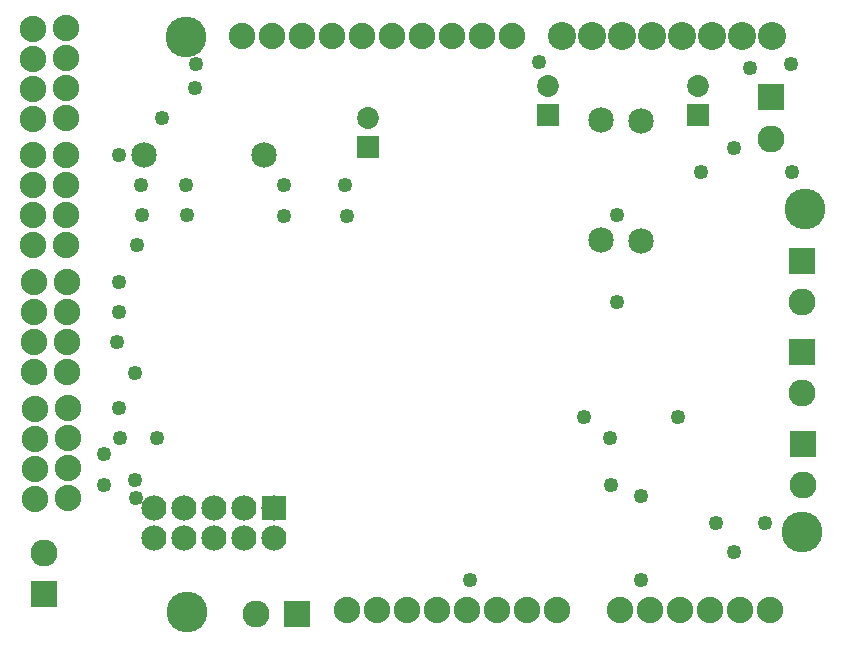
<source format=gts>
G04 MADE WITH FRITZING*
G04 WWW.FRITZING.ORG*
G04 DOUBLE SIDED*
G04 HOLES PLATED*
G04 CONTOUR ON CENTER OF CONTOUR VECTOR*
%ASAXBY*%
%FSLAX23Y23*%
%MOIN*%
%OFA0B0*%
%SFA1.0B1.0*%
%ADD10C,0.135984*%
%ADD11C,0.049370*%
%ADD12C,0.088000*%
%ADD13C,0.084000*%
%ADD14C,0.090000*%
%ADD15C,0.072992*%
%ADD16C,0.085000*%
%ADD17C,0.093307*%
%ADD18R,0.084000X0.084000*%
%ADD19R,0.090000X0.090000*%
%ADD20R,0.072992X0.072992*%
%LNMASK1*%
G90*
G70*
G54D10*
X2618Y360D03*
X2627Y1437D03*
X567Y94D03*
X564Y2012D03*
G54D11*
X395Y534D03*
X2331Y390D03*
X2443Y1907D03*
X2582Y1921D03*
X596Y1921D03*
X2584Y1560D03*
X2279Y1562D03*
X595Y1840D03*
X1980Y517D03*
X1978Y674D03*
X468Y674D03*
X343Y674D03*
X289Y621D03*
X291Y519D03*
X399Y1318D03*
X395Y890D03*
X415Y1519D03*
X564Y1518D03*
X891Y1517D03*
X1095Y1519D03*
X2000Y1127D03*
X2000Y1418D03*
X1099Y1416D03*
X891Y1416D03*
X566Y1418D03*
X416Y1419D03*
X2204Y744D03*
X1890Y744D03*
X340Y1095D03*
X334Y995D03*
G54D12*
X2512Y100D03*
X2412Y100D03*
X2312Y100D03*
X2212Y100D03*
X2112Y100D03*
X2012Y100D03*
X1802Y101D03*
X1702Y101D03*
X1602Y101D03*
X1502Y101D03*
X1402Y101D03*
X1302Y101D03*
X1202Y101D03*
X1102Y101D03*
X1650Y2014D03*
X1550Y2014D03*
X1450Y2014D03*
X1350Y2014D03*
X1250Y2014D03*
X1150Y2014D03*
X1050Y2014D03*
X950Y2014D03*
X850Y2014D03*
X750Y2014D03*
G54D13*
X857Y341D03*
X757Y341D03*
X657Y341D03*
X557Y341D03*
X457Y341D03*
X857Y441D03*
X757Y441D03*
X657Y441D03*
X557Y441D03*
X457Y441D03*
G54D14*
X2619Y656D03*
X2619Y518D03*
G54D12*
X167Y1196D03*
X167Y1096D03*
X167Y996D03*
X167Y896D03*
X59Y772D03*
X59Y672D03*
X59Y572D03*
X59Y472D03*
X169Y774D03*
X169Y674D03*
X169Y574D03*
X169Y474D03*
X57Y1194D03*
X57Y1094D03*
X57Y994D03*
X57Y894D03*
X164Y1618D03*
X164Y1518D03*
X164Y1418D03*
X164Y1318D03*
X55Y1617D03*
X55Y1517D03*
X55Y1417D03*
X55Y1317D03*
X164Y2041D03*
X164Y1941D03*
X164Y1841D03*
X164Y1741D03*
X55Y2039D03*
X55Y1939D03*
X55Y1839D03*
X55Y1739D03*
G54D11*
X396Y474D03*
X339Y1196D03*
X339Y1618D03*
X339Y774D03*
G54D14*
X934Y89D03*
X796Y89D03*
X92Y154D03*
X92Y292D03*
X2514Y1810D03*
X2514Y1672D03*
X2616Y1265D03*
X2616Y1127D03*
X2616Y961D03*
X2616Y823D03*
G54D11*
X1509Y202D03*
G54D15*
X2270Y1750D03*
X2270Y1849D03*
X1770Y1750D03*
X1770Y1848D03*
G54D16*
X2082Y1330D03*
X2082Y1730D03*
X1947Y1335D03*
X1947Y1735D03*
G54D11*
X2082Y202D03*
X2390Y1642D03*
X2389Y294D03*
X2494Y390D03*
G54D17*
X2518Y2014D03*
X2418Y2014D03*
X2318Y2014D03*
X2218Y2014D03*
X2118Y2014D03*
X2018Y2014D03*
X1918Y2014D03*
X1818Y2014D03*
G54D15*
X1170Y1644D03*
X1170Y1742D03*
G54D16*
X424Y1618D03*
X824Y1618D03*
G54D11*
X484Y1740D03*
X2080Y480D03*
X1740Y1927D03*
G54D18*
X857Y441D03*
G54D19*
X2619Y656D03*
X934Y89D03*
X92Y154D03*
X2514Y1810D03*
X2616Y1265D03*
X2616Y961D03*
G54D20*
X2270Y1750D03*
X1770Y1750D03*
X1170Y1644D03*
G04 End of Mask1*
M02*
</source>
